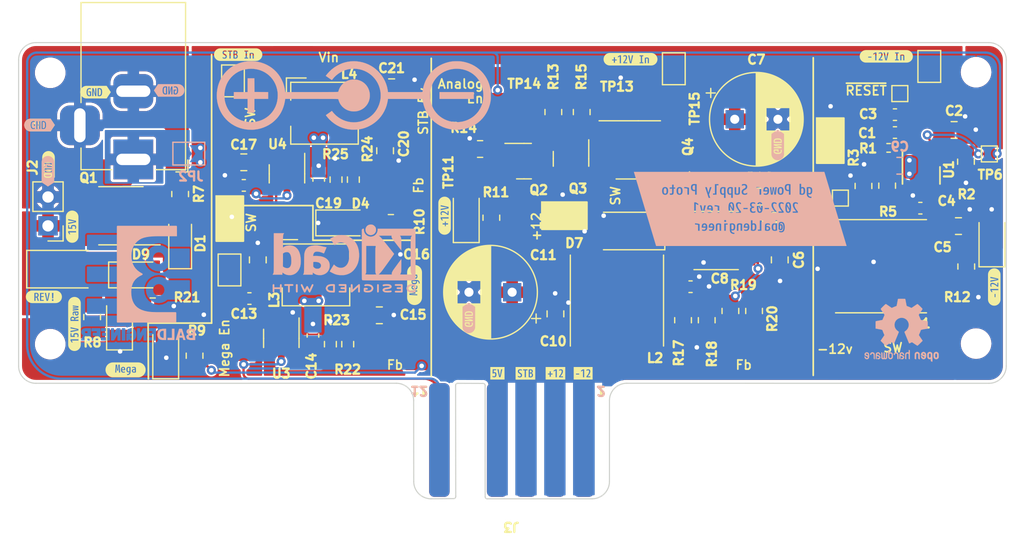
<source format=kicad_pcb>
(kicad_pcb (version 20221018) (generator pcbnew)
  (title_block (comment 4 "AISLER Project ID: UUSLVLPU"))
  (layers (0 "F.Cu" signal) (31 "B.Cu" signal) (34 "B.Paste" user) (35 "F.Paste" user) (36 "B.SilkS" user "B.Silkscreen") (37 "F.SilkS" user "F.Silkscreen") (38 "B.Mask" user) (39 "F.Mask" user) (44 "Edge.Cuts" user))
  (net 0 "")
  (net 1 "Net-(C1-Pad1)")
  (net 2 "/Neg12_Out")
  (net 3 "/Vin")
  (net 4 "GND")
  (net 5 "Net-(C3-Pad1)")
  (net 6 "Net-(C4-Pad1)")
  (net 7 "Net-(C4-Pad2)")
  (net 8 "/pos12/15V_SW")
  (net 9 "Net-(C8-Pad1)")
  (net 10 "/Pos12_Out")
  (net 11 "Net-(C14-Pad1)")
  (net 12 "Net-(C14-Pad2)")
  (net 13 "/mega_5v")
  (net 14 "Net-(C19-Pad1)")
  (net 15 "Net-(C19-Pad2)")
  (net 16 "/stb_5v")
  (net 17 "Net-(D1-Pad2)")
  (net 18 "Net-(D2-Pad2)")
  (net 19 "Net-(D3-Pad2)")
  (net 20 "Net-(D4-Pad2)")
  (net 21 "Net-(D5-Pad2)")
  (net 22 "Net-(D6-Pad1)")
  (net 23 "/pos12/SW")
  (net 24 "/15v_Raw")
  (net 25 "Net-(D8-Pad2)")
  (net 26 "Net-(D9-Pad2)")
  (net 27 "/Analog_En")
  (net 28 "Net-(Q2-Pad2)")
  (net 29 "Net-(Q2-Pad3)")
  (net 30 "Net-(Q3-Pad1)")
  (net 31 "Net-(R1-Pad1)")
  (net 32 "/neg12/FB")
  (net 33 "/pos12/Isense")
  (net 34 "Net-(R17-Pad2)")
  (net 35 "Net-(R18-Pad1)")
  (net 36 "Net-(R19-Pad2)")
  (net 37 "Net-(R22-Pad1)")
  (net 38 "Net-(R24-Pad1)")
  (net 39 "/neg12/~{RESET}")
  (net 40 "/neg12/neg12_Vin")
  (net 41 "Net-(C12-Pad1)")
  (net 42 "/stb_5v/stb_Vin")
  (net 43 "/Mega_En")
  (footprint "TestPoint:TestPoint_Pad_1.0x1.0mm" (layer "F.Cu") (at 171.8818 92.5576)
    (fp_text reference "TP8" hide)
    (fp_text value "TestPoint_Harwin")
  )
  (footprint "Inductor_SMD:L_Bourns_SRP5030T" (layer "F.Cu") (at 125.7415 99.314)
    (fp_text reference "L3")
    (fp_text value "1.5u")
  )
  (footprint "My Libraries:Harwin-S1751-46-Test-Point" (layer "F.Cu") (at 172.212 107.442 180)
    (fp_text reference "TP9" hide)
    (fp_text value "TestPoint_Harwin")
  )
  (footprint "Resistor_SMD:R_0805_2012Metric" (layer "F.Cu") (at 141.1732 94.2848 -90)
    (fp_text reference "R11")
    (fp_text value "R_0805")
  )
  (footprint "Jumper:SolderJumper-2_P1.3mm_Open_TrianglePad1.0x1.5mm" (layer "F.Cu") (at 179.705 80.9752 -90)
    (fp_text reference "JP3" hide)
    (fp_text value "neg_12_jmp")
  )
  (footprint "Capacitor_THT:CP_Radial_D8.0mm_P3.80mm" (layer "F.Cu") (at 143.002 100.838 180)
    (fp_text reference "C11")
    (fp_text value "120u")
  )
  (footprint "kibuzzard-62380F77" (layer "F.Cu") (at 185.42 100.3808 90)
    (fp_text reference "kibuzzard-62380F77" hide)
    (fp_text value "G***" hide)
  )
  (footprint "TestPoint:TestPoint_Pad_1.0x1.0mm" (layer "F.Cu") (at 184.9882 88.6714 90)
    (fp_text reference "TP6")
    (fp_text value "TestPoint_Harwin")
  )
  (footprint "Resistor_SMD:R_0603_1608Metric" (layer "F.Cu") (at 128.5355 105.41 90)
    (fp_text reference "R22")
    (fp_text value "73.2k")
  )
  (footprint "LED_SMD:LED_1206_3216Metric" (layer "F.Cu") (at 128.016 94.742)
    (fp_text reference "D4")
    (fp_text value "5_Log")
  )
  (footprint "My Libraries:Harwin-S1751-46-Test-Point" (layer "F.Cu") (at 163.3474 105.4608)
    (fp_text reference "TP19" hide)
    (fp_text value "TestPoint_Harwin")
  )
  (footprint "Package_TO_SOT_SMD:SOT-23-6" (layer "F.Cu") (at 122.6935 104.902 -90)
    (fp_text reference "U3")
    (fp_text value "TPS563240DDCR")
  )
  (footprint "My Libraries:12pos-edge-2.54mm" (layer "F.Cu") (at 142.9512 118.9228 180)
    (fp_text reference "J3")
    (fp_text value "Edge Connector")
  )
  (footprint "My Libraries:Harwin-S1751-46-Test-Point" (layer "F.Cu") (at 144.179666 85.0338 90)
    (fp_text reference "TP14")
    (fp_text value "TestPoint_Harwin")
  )
  (footprint "LED_SMD:LED_1206_3216Metric" (layer "F.Cu") (at 112.522 106.172 90)
    (fp_text reference "D3" hide)
    (fp_text value "5_STB")
  )
  (footprint "MountingHole:MountingHole_2.2mm_M2" (layer "F.Cu") (at 102.362 105.41)
    (fp_text reference "H4" hide)
    (fp_text value "MountingHole")
  )
  (footprint "My Libraries:Harwin-S1751-46-Test-Point" (layer "F.Cu") (at 118.237 94.2594 90)
    (fp_text reference "TP2" hide)
    (fp_text value "TestPoint_Harwin")
  )
  (footprint "kibuzzard-62380E7D" (layer "F.Cu") (at 137.0584 94.107 90)
    (fp_text reference "kibuzzard-62380E7D" hide)
    (fp_text value "G***" hide)
  )
  (footprint "Diode_SMD:D_SMA" (layer "F.Cu") (at 103.6905 98.811)
    (fp_text reference "D8" hide)
    (fp_text value "1n400x")
  )
  (footprint "Diode_SMD:D_SOD-123" (layer "F.Cu") (at 113.792 96.52 90)
    (fp_text reference "D1")
    (fp_text value "BZT52C15")
  )
  (footprint "Resistor_SMD:R_0805_2012Metric" (layer "F.Cu") (at 175.9966 91.4654 90)
    (fp_text reference "R5")
    (fp_text value "33k")
  )
  (footprint "Resistor_SMD:R_0805_2012Metric" (layer "F.Cu") (at 162.2044 102.489 -90)
    (fp_text reference "R19")
    (fp_text value "560")
  )
  (footprint "kibuzzard-62380C70" (layer "F.Cu") (at 104.4956 103.632 90)
    (fp_text reference "kibuzzard-62380C70" hide)
    (fp_text value "G***" hide)
  )
  (footprint "Connector_BarrelJack:BarrelJack_Horizontal" (layer "F.Cu") (at 109.6695 89.154 -90)
    (fp_text reference "J1" hide)
    (fp_text value "15V_IN")
  )
  (footprint "Capacitor_SMD:C_0805_2012Metric" (layer "F.Cu") (at 146.812 102.743 -90)
    (fp_text reference "C10")
    (fp_text value "10u")
  )
  (footprint "kibuzzard-62380D7E" (layer "F.Cu") (at 118.8974 79.9338)
    (fp_text reference "kibuzzard-62380D7E" hide)
    (fp_text value "G***" hide)
  )
  (footprint "LED_SMD:LED_1206_3216Metric" (layer "F.Cu") (at 138.9634 94.1832 90)
    (fp_text reference "D5" hide)
    (fp_text value "+12")
  )
  (footprint "Resistor_SMD:R_0805_2012Metric" (layer "F.Cu") (at 115.062 106.426 -90)
    (fp_text reference "R9")
    (fp_text value "R_0805")
  )
  (footprint "My Libraries:Harwin-S1751-46-Test-Point" (layer "F.Cu") (at 131.572 100.076)
    (fp_text reference "TP25" hide)
    (fp_text value "TestPoint_Harwin")
  )
  (footprint "Resistor_SMD:R_0402_1005Metric" (layer "F.Cu") (at 176.1236 88.138 180)
    (fp_text reference "R1")
    (fp_text value "R")
  )
  (footprint "Resistor_SMD:R_0805_2012Metric" (layer "F.Cu") (at 182.9308 89.3572 -90)
    (fp_text reference "R2")
    (fp_text value "10k")
  )
  (footprint "Capacitor_SMD:C_0805_2012Metric" (layer "F.Cu") (at 119.393 89.408 180)
    (fp_text reference "C17")
    (fp_text value "22u")
  )
  (footprint "Capacitor_SMD:C_0805_2012Metric" (layer "F.Cu") (at 132.4 82.804)
    (fp_text reference "C21")
    (fp_text value "22u")
  )
  (footprint "Capacitor_SMD:C_0805_2012Metric" (layer "F.Cu") (at 131.318 102.87)
    (fp_text reference "C15")
    (fp_text value "22u")
  )
  (footprint "kibuzzard-62380F2D" (layer "F.Cu") (at 153.416 80.3402)
    (fp_text reference "kibuzzard-62380F2D" hide)
    (fp_text value "G***" hide)
  )
  (footprint "Jumper:SolderJumper-2_P1.3mm_Open_TrianglePad1.0x1.5mm" (layer "F.Cu") (at 157.226 81.1784 -90)
    (fp_text reference "JP1" hide)
    (fp_text value "15V_Jmp")
  )
  (footprint "MountingHole:MountingHole_2.2mm_M2" (layer "F.Cu") (at 102.362 81.534)
    (fp_text reference "H1" hide)
    (fp_text value "MountingHole")
  )
  (footprint "Capacitor_SMD:C_0603_1608Metric" (layer "F.Cu") (at 176.6824 85.217 180)
    (fp_text reference "C3")
    (fp_text value "5.6n")
  )
  (footprint "Capacitor_SMD:C_0603_1608Metric" (layer "F.Cu") (at 158.6992 100.3554)
    (fp_text reference "C8")
    (fp_text value "470p")
  )
  (footprint "LED_SMD:LED_1206_3216Metric" (layer "F.Cu") (at 108.458 103.632 90)
    (fp_text reference "D2" hide)
    (fp_text value "Vin")
  )
  (footprint "Connector_PinHeader_2.54mm:PinHeader_1x02_P2.54mm_Vertical" (layer "F.Cu") (at 102.1665 95.001 180)
    (fp_text reference "J2")
    (fp_text value "15V_IN")
  )
  (footprint "Capacitor_SMD:C_0603_1608Metric" (layer "F.Cu") (at 119.888 101.3968 180)
    (fp_text reference "C13")
    (fp_text value "100n")
  )
  (footprint "Package_TO_SOT_SMD:SOT-23-6" (layer "F.Cu") (at 123.19 90.424 -90)
    (fp_text reference "U4")
    (fp_text value "TPS563240DDCR")
  )
  (footprint "My Libraries:Harwin-S1751-46-Test-Point" (layer "F.Cu") (at 156.4894 84.2518 180)
    (fp_text reference "TP15")
    (fp_text value "TestPoint_Harwin")
  )
  (footprint "kibuzzard-62381032" (layer "F.Cu") (at 144.1704 107.9754)
    (fp_text reference "kibuzzard-62381032" hide)
    (fp_text value "G***" hide)
  )
  (footprint "My Libraries:Harwin-S1751-46-Test-Point" (layer "F.Cu") (at 152.273 84.2338)
    (fp_text reference "TP13")
    (fp_text value "TestPoint_Harwin")
  )
  (footprint "Resistor_SMD:R_0805_2012Metric" (layer "F.Cu") (at 132.334 94.742)
    (fp_text reference "R10")
    (fp_text value "R_0805")
  )
  (footprint "Resistor_SMD:R_0805_2012Metric" (layer "F.Cu") (at 111.379 102.0826)
    (fp_text reference "R21")
    (fp_text value "1k")
  )
  (footprint "Capacitor_THT:CP_Radial_D8.0mm_P3.80mm" (layer "F.Cu") (at 162.586149 85.6234)
    (fp_text reference "C7")
    (fp_text value "120u")
  )
  (footprint "My Libraries:Harwin-S1751-46-Test-Point" (layer "F.Cu") (at 123.7488 80.1116 180)
    (fp_text reference "TP3" hide)
    (fp_text value "TestPoint_Harwin")
  )
  (footprint "My Libraries:Harwin-S1751-46-Test-Point" (layer "F.Cu") (at 131.318 105.41)
    (fp_text reference "TP24" hide)
    (fp_text value "TestPoint_Harwin")
  )
  (footprint "kibuzzard-62380CC4" (layer "F.Cu") (at 101.8032 101.2444)
    (fp_text reference "kibuzzard-62380CC4" hide)
    (fp_text value "G***" hide)
  )
  (footprint "Capacitor_SMD:C_0603_1608Metric" (layer "F.Cu") (at 176.6824 86.7918 180)
    (fp_text reference "C1")
    (fp_text value "2.2u")
  )
  (footprint "Package_SO:SOIC-8_3.9x4.9mm_P1.27mm" (layer "F.Cu") (at 108.5815 94.112 180)
    (fp_text reference "Q1")
    (fp_text value "FDS9435A")
  )
  (footprint "My Libraries:Harwin-S1751-46-Test-Point" (layer "F.Cu") (at 147.701 94.0054 180)
    (fp_text reference "TP4" hide)
    (fp_text value "TestPoint_Harwin")
  )
  (footprint "Capacitor_SMD:C_0805_2012Metric" (layer "F.Cu") (at 166.5478 97.9932 -90)
    (fp_text reference "C6")
    (fp_text value "100u")
  )
  (footprint "Package_SO:SOIC-8_3.9x4.9mm_P1.27mm" (layer "F.Cu") (at 160.949851 96.2914)
    (fp_text reference "U2")
    (fp_text value "mc34063")
  )
  (footprint "Resistor_SMD:R_0805_2012Metric" (layer "F.Cu") (at 164.2872 102.489 90)
    (fp_text reference "R20")
    (fp_text value "0")
  )
  (footprint "kibuzzard-6238106E" (layer "F.Cu") (at 102.2096 89.7636 -90)
    (fp_text reference "kibuzzard-6238106E" hide)
    (fp_text value "G***" hide)
  )
  (footprint "My Libraries:Harwin-S1751-46-Test-Point" (layer "F.Cu") (at 132.588 85.09 180)
    (fp_text reference "TP29" hide)
    (fp_text value "TestPoint_Harwin")
  )
  (footprint "kibuzzard-62381000" (layer "F.Cu") (at 146.812 107.970638)
    (fp_text reference "kibuzzard-62381000" hide)
    (fp_text value "G***" hide)
  )
  (footprint "Resistor_SMD:R_0805_2012Metric" (layer "F.Cu") (at 164.7717 92.4306)
    (fp_text reference "R16")
    (fp_text value ".22")
  )
  (footprint "Capacitor_SMD:C_0603_1608Metric" (layer "F.Cu") (at 125.984 90.932 -90)
    (fp_text reference "C19")
    (fp_text value "100n")
  )
  (footprint "Inductor_SMD:L_Taiyo-Yuden_NR-80xx" (layer "F.Cu") (at 152.2222 101.5746 -90)
    (fp_text reference "L2")
    (fp_text value "68u")
  )
  (footprint "Capacitor_SMD:C_0603_1608Metric" (layer "F.Cu") (at 125.476 104.648 -90)
    (fp_text reference "C14")
    (fp_text value "100n")
  )
  (footprint "Resistor_SMD:R_0603_1608Metric" (layer "F.Cu") (at 127.0115 105.41 -90)
    (fp_text reference "R23")
    (fp_text value "10k")
  )
  (footprint "kibuzzard-6238101E" (layer "F.Cu") (at 149.2504 107.970638)
    (fp_text reference "kibuzzard-6238101E" hide)
    (fp_text value "G***" hide)
  )
  (footprint "My Libraries:Harwin-S1751-46-Test-Point" (layer "F.Cu") (at 154.6352 92.4306)
    (fp_text reference "TP18" hide)
    (fp_text value "TestPoint_Harwin")
  )
  (footprint "My Libraries:Harwin-S1751-46-Test-Point" (layer "F.Cu") (at 141.7828 85.0338 90)
    (fp_text reference "TP10" hide)
    (fp_text value "TestPoint_Harwin")
  )
  (footprint "Package_DFN_QFN:DFN-12-1EP_3x3mm_P0.5mm_EP2.05x2.86mm" (layer "F.Cu") (at 178.9938 89.8144 -90)
    (fp_text reference "U1")
    (fp_text value "MAX17580")
  )
  (footprint "Capacitor_SMD:C_0805_2012Metric" (layer "F.Cu") (at 182.2704 95.0214 180)
    (fp_text reference "C5")
    (fp_text value "22u/16v")
  )
  (footprint "Resistor_SMD:R_0805_2012Metric" (layer "F.Cu") (at 113.792 92.202 -90)
    (fp_text reference "R7")
    (fp_text value "100")
  )
  (footprint "Jumper:SolderJumper-2_P1.3mm_Open_TrianglePad1.0x1.5mm" (layer "F.Cu") (at 118.1354 98.8822 -90)
    (fp_text reference "JP4" hide)
    (fp_text value "mega_5v_jmp")
  )
  (footprint "My Libraries:Harwin-S1751-46-Test-Point" (layer "F.Cu") (at 122.428 94.742 180)
    (fp_text reference "TP23" hide)
    (fp_text value "TestPoint_Harwin")
  )
  (footprint "Capacitor_SMD:C_0805_2012Metric" (layer "F.Cu") (at 131.826 88.392 -90)
    (fp_text reference "C20")
    (fp_text value "22u")
  )
  (footprint "Capacitor_SMD:C_0603_1608Metric" (layer "F.Cu") (at 178.9176 93.4466)
    (fp_text reference "C4")
    (fp_text value "100n")
  )
  (footprint "Package_TO_SOT_SMD:SOT-23" (layer "F.Cu") (at 144.0434 89.3064)
    (fp_text reference "Q2")
    (fp_text value "BC817")
  )
  (footprint "Resistor_SMD:R_0805_2012Metric" (layer "F.Cu") (at 106.048 103.0255 90)
    (fp_text reference "R8")
    (fp_text value "R_0805")
  )
  (footprint "My Libraries:Harwin-S1751-46-Test-Point" (layer "F.Cu") (at 121.6005 84.328 90)
    (fp_text reference "TP27" hide)
    (fp_text value "TestPoint_Harwin")
  )
  (footprint "Resistor_SMD:R_0805_2012Metric" (layer "F.Cu") (at 173.9138 91.4908 -90)
    (fp_text reference "R3")
    (fp_text value "422k")
  )
  (footprint "kibuzzard-62380CD9" (layer "F.Cu") (at 108.9914 107.6706)
    (fp_text reference "kibuzzard-62380CD9" hide)
    (fp_text value "G***" hide)
  )
  (footprint "My Libraries:Harwin-S1751-46-Test-Point" (layer "F.Cu") (at 175.4632 104.013 180)
    (fp_text reference "TP7" hide)
    (fp_text value "TestPoint_Harwin")
  )
  (footprint "My Libraries:Harwin-S1751-46-Test-Point" (layer "F.Cu") (at 132.08 91.44)
    (fp_text reference "TP28" hide)
    (fp_text value "TestPoint_Harwin")
  )
  (footprint "Package_SO:SOIC-8_3.9x4.9mm_P1.27mm" (layer "F.Cu") (at 154.1018 88.3158)
    (fp_text reference "Q4")
    (fp_text value "FDS9435A")
  )
  (footprint "Capacitor_SMD:C_0805_2012Metric" (layer "F.Cu") (at 120.6246 97.9932 90)
    (fp_text reference "C12" hide)
    (fp_text value "22u")
  )
  (footprint "LED_SMD:LED_1206_3216Metric" (layer "F.Cu") (at 185.2168 96.3168 90)
    (fp_text reference "D6" hide)
    (fp_text value "-12")
  )
  (footprint "Jumper:SolderJumper-2_P1.3mm_Open_TrianglePad1.0x1.5mm" (layer "F.Cu") (at 118.4402 82.2452 -90)
    (fp_text reference "JP5" hide)
    (fp_text value "stb_5v_jmp")
  )
  (footprint "Diode_SMD:D_SMA" (layer "F.Cu") (at 153.035 95.4532 180)
    (fp_text reference "D7")
    (fp_text value "SS14")
  )
  (footprint "Capacitor_SMD:C_0603_1608Metric" (layer "F.Cu") (at 119.393 91.44 180)
    (fp_text reference "C18" hide)
    (fp_text value "100n")
  )
  (footprint "My Libraries:Harwin-S1751-46-Test-Point" (layer "F.Cu") (at 140.0048 90.4494 180)
    (fp_text reference "TP11")
    (fp_text value "TestPoint_Harwin")
  )
  (footprint "Resistor_SMD:R_0805_2012Metric" (layer "F.Cu") (at 182.9562 98.5774 -90)
    (fp_text reference "R12")
    (fp_text value "R_0805")
  )
  (footprint "Resistor_SMD:R_0805_2012Metric" (layer "F.Cu") (at 140.1826 88.2396 180)
    (fp_text reference "R14")
    (fp_text value "30k")
  )
  (footprint "MountingHole:MountingHole_2.2mm_M2" (layer "F.Cu") (at 183.8198 81.4832)
    (fp_text reference "H2" hide)
    (fp_text value "MountingHole")
  )
  (footprint "LED_SMD:LED_1206_3216Metric" (layer "F.Cu") (at 109.7865 99.319)
    (fp_text reference "D9")
    (fp_text value "Rev_LED")
  )
  (footprint "My Libraries:Harwin-S1751-46-Test-Point" (layer "F.Cu") (at 143.4338 94.3102 90)
    (fp_text reference "TP20" hide)
    (fp_text value "TestPoint_Harwin")
  )
  (footprint "Resistor_SMD:R_0603_1608Metric" (layer "F.Cu") (at 129.032 90.932 90)
    (fp_text reference "R24")
    (fp_text value "73.2k")
  )
  (footprint "Package_TO_SOT_SMD:SOT-23" (layer "F.Cu") (at 148.1826 89.1032 -90)
    (fp_text reference "Q3")
    (fp_text value "MMBT3906")
  )
  (footprint "Capacitor_SMD:C_0805_2012Metric" (layer "F.Cu") (at 181.8894 86.5632)
    (fp_text reference "C2")
    (fp_text value "10u")
  )
  (footprint "MountingHole:MountingHole_2.2mm_M2" (layer "F.Cu") (at 183.8198 105.3592)
    (fp_text reference "H3" hide)
    (fp_text value "MountingHole")
  )
  (footprint "kibuzzard-62380FA1" (layer "F.Cu") (at 175.9204 80.0862)
    (fp_text reference "kibuzzard-62380FA1" hide)
    (fp_text value "G***" hide)
  )
  (footprint "Capacitor_SMD:C_0805_2012Metric" (layer "F.Cu") (at 131.318 97.536)
    (fp_text reference "C16")
    (fp_text value "22u")
  )
  (footprint "My Libraries:Harwin-S1751-46-Test-Point" (layer "F.Cu") (at 160.401 92.4306)
    (fp_text reference "TP17" hide)
    (fp_text value "TestPoint_Harwin")
  )
  (footprint "kibuzzard-62380DAB" (layer "F.Cu") (at 104.2924 95.0722 90)
    (fp_text reference "kibuzzard-62380DAB" hide)
    (fp_text value "G***" hide)
  )
  (footprint "Resistor_SMD:R_0805_2012Metric" (layer "F.Cu") (at 146.626532 84.9884 -90)
    (fp_text reference "R13")
    (fp_text value "50k")
  )
  (footprint "kibuzzard-62380CD9" (layer "F.Cu") (at 134.4168 100.203 90)
    (fp_text reference "kibuzzard-62380CD9" hide)
    (fp_text value "G***" hide)
  )
  (footprint "Resistor_SMD:R_0805_2012Metric" (layer "F.Cu") (at 158.0388 103.3018 -90)
    (fp_text reference "R17")
    (fp_text value "0")
  )
  (footprint "Resistor_SMD:R_0603_1608Metric" (layer "F.Cu") (at 127.508 90.932 -90)
    (fp_text reference "R25")
    (fp_text value "10k")
  )
  (footprint "Inductor_SMD:L_Bourns_SRP5030T" (layer "F.Cu") (at 126.492 85.09)
    (fp_text reference "L4")
    (fp_text value "1.5u")
  )
  (footprint "TestPoint:TestPoint_Pad_1.0x1.0mm" (layer "F.Cu") (at 177.1142 83.3628 180)
    (fp_text reference "TP5" hide)
    (fp_text value "TestPoint_Harwin")
  )
  (footprint "kibuzzard-6238106E" (layer "F.Cu") (at 106.3498 83.2358)
    (fp_text reference "kibuzzard-6238106E" hide)
    (fp_text value "G***" hide)
  )
  (footprint "Resistor_SMD:R_0805_2012Metric" (layer "F.Cu") (at 149.1234 84.9884 -90)
    (fp_text reference "R15")
    (fp_text value ".22")
  )
  (footprint "kibuzzard-62380FF5" (layer "F.Cu") (at 141.7066 107.970638)
    (fp_text reference "kibuzzard-62380FF5" hide)
    (fp_text value "G***" hide)
  )
  (footprint "kibuzzard-6238106E" (layer "F.Cu") (at 101.4222 86.1314)
    (fp_text reference "kibuzzard-6238106E" hide)
    (fp_text value "G***" hide)
  )
  (footprint "My Libraries:Harwin-S1751-46-Test-Point" (layer "F.Cu") (at 119.38 105.156 -90)
    (fp_text reference "TP22" hide)
    (fp_text value "TestPoint_Harwin")
  )
  (footprint "Inductor_SMD:L_Taiyo-Yuden_NR-80xx" (layer "F.Cu") (at 175.4572 98.552 180)
    (fp_text reference "L1")
    (fp_text value "68u")
  )
  (footprint "My Libraries:Harwin-S1751-46-Test-Point" (layer "F.Cu") (at 170.9928 87.503 90)
    (fp_text reference "TP1" hide)
    (fp_text value "TestPoint_Harwin")
  )
  (footprint "Resistor_SMD:R_0805_2012Metric" (layer "F.Cu") (at 160.1216 103.3018 -90)
    (fp_text reference "R18")
    (fp_text value "5.1k")
  )
  (footprint "Jumper:SolderJumper-2_P1.3mm_Open_TrianglePad1.0x1.5mm" (layer "B.Cu") (at 114.554 88.646)
    (fp_text reference "JP2")
    (fp_text value "15V_byp")
  )
  (footprint "kibuzzard-6238106E" (layer "B.Cu") (at 101.4222 86.1314)
    (fp_text reference "kibuzzard-6238106E" hide)
    (fp_text value "G***" hide)
  )
  (footprint "Symbol:Polarity_Center_Positive_6mm_SilkScreen" (layer "B.Cu") (at 129.08 83.53 180)
    (fp_text reference "REF**" hide)
    (fp_text value "Polarity_Center_Positive_6mm_SilkScreen" hide)
  )
  (footprint "kibuzzard-6238106E" (layer "B.Cu") (at 102.1588 90.1954 -90)
    (fp_text reference "kibuzzard-6238106E" hide)
    (fp_text value "G***" hide)
  )
  (footprint "kibuzzard-6238106E" (layer "B.Cu") (at 166.37 87.884 90)
    (fp_text reference "kibuzzard-6238106E" hide)
    (fp_text value "G***" hide)
  )
  (footprint "Symbol:OSHW-Logo2_7.3x6mm_SilkScreen" (layer "B.Cu") (at 177.27 104.18 180)
    (fp_text reference "REF**" hide)
    (fp_text value "OSHW-Logo2_7.3x6mm_SilkScreen" hide)
  )
  (footprint "kibuzzard-6238106E" (layer "B.Cu") (at 139.192 103.0986 90)
    (fp_text reference "kibuzzard-6238106E" hide)
    (fp_text value "G***" hide)
  )
  (footprint "My Libraries:BE10v2" (layer "B.Cu") (at 115.12 95.06 180)
    (fp_text reference "svg2mod" hide)
    (fp_text value "G***" hide)
  )
  (footprint "Capacitor_SMD:C_0805_2012Metric" (layer "B.Cu") (at 177.1142 89.7128 180)
    (fp_text reference "C9")
    (fp_text value "1u")
  )
  (footprint "kibuzzard-6238106E" (layer "B.Cu") (at 112.8268 83.0834 180)
    (fp_text reference "kibuzzard-6238106E" hide)
    (fp_text value "G***" hide)
  )
  (footprint "kibuzzard-62388B6B" (layer "B.Cu") (at 163.07 93.51 180)
    (fp_text reference "kibuzzard-62388B6B" hide)
    (fp_text value "G***" hide)
  )
  (footprint "Symbol:KiCad-Logo2_5mm_SilkScreen" (layer "B.Cu") (at 128.22 97.86 180)
    (fp_text reference "REF**" hide)
    (fp_text value "KiCad-Logo2_5mm_SilkScreen" hide)
  )
  (gr_line (start 110.9726 103.5558) (end 116.5606 103.5558) (stroke (width 0.15)) (layer "F.SilkS"))
  (gr_line (start 116.5606 79.9338) (end 116.5606 103.5558) (stroke (width 0.15)) (layer "F.SilkS"))
  (gr_line (start 125.476 96.266) (end 125.476 93.218) (stroke (width 0.15)) (layer "F.SilkS"))
  (gr_line (start 110.998 108.458) (end 110.9726 103.5558) (stroke (width 0.15)) (layer "F.SilkS"))
  (gr_line (start 117.094 93.218) (end 125.476 93.218) (stroke (width 0.15)) (layer "F.SilkS"))
  (gr_line (start 135.884 80.264) (end 135.884 108.204) (stroke (width 0.15)) (layer "F.SilkS"))
  (gr_rect (start 169.799 85.5218) (end 172.1866 89.4842) (stroke (width 0.15)) (fill solid) (layer "F.SilkS"))
  (gr_rect (start 116.967 92.3798) (end 119.3546 96.3422) (stroke (width 0.15)) (fill solid) (layer "F.SilkS"))
  (gr_line (start 169.4942 80.2132) (end 169.4942 108.1532) (stroke (width 0.15)) (layer "F.SilkS"))
  (gr_line (start 125.476 96.266) (end 134.112 96.266) (stroke (width 0.15)) (layer "F.SilkS"))
  (gr_rect (start 145.6182 92.9132) (end 149.5806 95.3008) (stroke (width 0.15)) (fill solid) (layer "F.SilkS"))
  (gr_arc (start 151.563631 110.373831) (mid 152.01 109.2962) (end 153.087631 108.849831) (stroke (width 0.1)) (layer "Edge.Cuts"))
  (gr_line (start 134.343631 117.489569) (end 134.336369 110.373831) (stroke (width 0.1)) (layer "Edge.Cuts"))
  (gr_line (start 140.628673 118.837917) (end 140.625527 109.0422) (stroke (width 0.1)) (layer "Edge.Cuts"))
  (gr_arc (start 184.951969 78.877831) (mid 186.0296 79.3242) (end 186.475969 80.401831) (stroke (width 0.1)) (layer "Edge.Cuts"))
  (gr_arc (start 138.04 118.79) (mid 137.997883 118.933078) (end 137.8622 118.995005) (stroke (width 0.1)) (layer "Edge.Cuts"))
  (gr_line (start 101.102831 78.877831) (end 184.951969 78.877831) (stroke (width 0.1)) (layer "Edge.Cuts"))
  (gr_arc (start 186.475969 107.329569) (mid 186.0296 108.4072) (end 184.951969 108.853569) (stroke (width 0.1)) (layer "Edge.Cuts"))
  (gr_line (start 184.951969 108.853569) (end 153.087631 108.849831) (stroke (width 0.1)) (layer "Edge.Cuts"))
  (gr_arc (start 101.102831 108.853569) (mid 100.0252 108.4072) (end 99.578831 107.329569) (stroke (width 0.1)) (layer "Edge.Cuts"))
  (gr_line (start 186.475969 80.401831) (end 186.475969 107.329569) (stroke (width 0.1)) (layer "Edge.Cuts"))
  (gr_arc (start 138.026683 109.059405) (mid 138.0688 108.916327) (end 138.204483 108.8544) (stroke (width 0.1)) (layer "Edge.Cuts"))
  (gr_line (start 99.578831 107.329569) (end 99.578831 80.401831) (stroke (width 0.1)) (layer "Edge.Cuts"))
  (gr_line (start 138.026683 109.059405) (end 138.04 118.79) (stroke (width 0.1)) (layer "Edge.Cuts"))
  (gr_line (start 140.420522 108.8644) (end 138.204483 108.8544) (stroke (width 0.1)) (layer "Edge.Cuts"))
  (gr_arc (start 135.867631 119.013569) (mid 134.79 118.5672) (end 134.343631 117.489569) (stroke (width 0.1)) (layer "Edge.Cuts"))
  (gr_arc (start 140.833678 119.015717) (mid 140.6906 118.9736) (end 140.628673 118.837917) (stroke (width 0.1)) (layer "Edge.Cuts"))
  (gr_line (start 151.563631 110.373831) (end 151.563669 117.489569) (stroke (width 0.1)) (layer "Edge.Cuts"))
  (gr_arc (start 99.578831 80.401831) (mid 100.0252 79.3242) (end 101.102831 78.877831) (stroke (width 0.1)) (layer "Edge.Cuts"))
  (gr_line (start 132.812369 108.849831) (end 101.102831 108.853569) (stroke (width 0.1)) (layer "Edge.Cuts"))
  (gr_line (start 150.039669 119.013569) (end 140.833678 119.015717) (stroke (width 0.1)) (layer "Edge.Cuts"))
  (gr_line (start 137.8622 118.995005) (end 135.867631 119.013569) (stroke (width 0.1)) (layer "Edge.Cuts"))
  (gr_arc (start 151.563669 117.489569) (mid 151.1173 118.5672) (end 150.039669 119.013569) (stroke (width 0.1)) (layer "Edge.Cuts"))
  (gr_arc (start 132.812369 108.849831) (mid 133.89 109.2962) (end 134.336369 110.373831) (stroke (width 0.1)) (layer "Edge.Cuts"))
  (gr_arc (start 140.420522 108.8644) (mid 140.5636 108.906517) (end 140.625527 109.0422) (stroke (width 0.1)) (layer "Edge.Cuts"))
  (gr_text "+12" (at 145.1356 95.0722 90) (layer "F.SilkS") (effects (font (size 0.8 0.8))))
  (gr_text "SW" (at 119.9642 85.4202 90) (layer "F.SilkS") (effects (font (size 0.8 0.8))))
  (gr_text "-12v" (at 171.3992 105.8418) (layer "F.SilkS") (effects (font (size 0.8 0.8))))
  (gr_text "SW" (at 176.5046 105.7148) (layer "F.SilkS") (effects (font (size 0.8 0.8))))
  (gr_text "Fb" (at 163.3728 107.2388) (layer "F.SilkS") (effects (font (size 0.8 0.8))))
  (gr_text "Analog\nEn" (at 140.5636 83.1596) (layer "F.SilkS") (effects (font (size 0.8 0.8)) (justify right)))
  (gr_text "Isense" (at 160.2994 90.7034) (layer "F.SilkS") (effects (font (size 0.8 0.8))))
  (gr_text "SW" (at 152.0952 92.3544 90) (layer "F.SilkS") (effects (font (size 0.8 0.8))))
  (gr_text "STB 5v" (at 135.1788 84.9122 90) (layer "F.SilkS") (effects (font (size 0.8 0.8))))
  (gr_text "Fb" (at 134.7724 91.44 90) (layer "F.SilkS") (effects (font (size 0.8 0.8))))
  (gr_text "SW" (at 120.0404 94.7166 90) (layer "F.SilkS") (effects (font (size 0.8 0.8))))
  (gr_text "Fb" (at 132.6896 107.2388) (layer "F.SilkS") (effects (font (size 0.8 0.8))))
  (gr_text "Fb" (at 170.2054 92.4814 90) (layer "F.SilkS") (effects (font (size 0.8 0.8))))
  (gr_text "Mega En" (at 117.7036 105.7656 90) (layer "F.SilkS") (effects (font (size 0.8 0.8))))
  (gr_text "Vin" (at 126.873 80.1878) (layer "F.SilkS") (effects (font (size 0.8 0.8))))
  (gr_text "~{RESET}" (at 174.1424 83.1088) (layer "F.SilkS") (effects (font (size 0.8 0.8))))
  (segment (start 178.2438 88.2644) (end 178.2438 87.5782) (width 0.1524) (layer "F.Cu") (net 1))
  (segment (start 178.2438 87.5782) (end 178.2318 87.5662) (width 0.1524) (layer "F.Cu") (net 1))
  (segment (start 178.2318 86.868) (end 178.1302 86.7664) (width 0.1524) (layer "F.Cu") (net 1))
  (segment (start 178.1302 86.7664) (end 177.4828 86.7664) (width 0.1524) (layer "F.Cu") (net 1))
  (segment (start 178.2318 87.5662) (end 178.2318 86.868) (width 0.1524) (layer "F.Cu") (net 1))
  (segment (start 177.4828 86.7664) (end 177.4574 86.7918) (width 0.1524) (layer "F.Cu") (net 1))
  (segment (start 181.2817 99.4899) (end 181.2544 99.5172) (width 0.2032) (layer "F.Cu") (net 2))
  (segment (start 182.9562 99.4899) (end 181.2817 99.4899) (width 0.2032) (layer "F.Cu") (net 2))
  (via (at 177.9524 89.2302) (size 0.8) (drill 0.4) (layers "F.Cu" "B.Cu") (net 2))
  (via (at 177.9524 90.424) (size 0.8) (drill 0.4) (layers "F.Cu" "B.Cu") (net 2))
  (via (at 115.57 88.138) (size 0.8) (drill 0.4) (layers "F.Cu" "B.Cu") (net 3))
  (via (at 115.57 89.408) (size 0.8) (drill 0.4) (layers "F.Cu" "B.Cu") (net 3))
  (segment (start 178.7438 91.8424) (end 178.2572 92.329) (width 0.2032) (layer "F.Cu") (net 4))
  (segment (start 123.6435 103.7645) (end 123.8195 103.7645) (width 0.2032) (layer "F.Cu") (net 4))
  (segment (start 123.6435 102.6705) (end 123.698 102.616) (width 0.2032) (layer "F.Cu") (net 4))
  (segment (start 123.6435 103.7645) (end 123.6435 102.6705) (width 0.2032) (layer "F.Cu") (net 4))
  (segment (start 120.6246 97.0432) (end 120.6246 96.4946) (width 0.2032) (layer "F.Cu") (net 4))
  (segment (start 178.7438 91.3644) (end 178.7438 91.8424) (width 0.2032) (layer "F.Cu") (net 4))
  (via (at 133.1722 97.5106) (size 0.8) (drill 0.4) (layers "F.Cu" "B.Cu") (net 4))
  (via (at 108.5088 106.045) (size 0.8) (drill 0.4) (layers "F.Cu" "B.Cu") (net 4))
  (via (at 125.9332 94.742) (size 0.8) (drill 0.4) (layers "F.Cu" "B.Cu") (net 4))
  (via (at 182.9308 91.2114) (size 0.8) (drill 0.4) (layers "F.Cu" "B.Cu") (net 4))
  (via (at 112.5728 106.6038) (size 0.8) (drill 0.4) (layers "F.Cu" "B.Cu") (net 4))
  (via (at 113.2332 102.0572) (size 0.8) (drill 0.4) (layers "F.Cu" "B.Cu") (net 4))
  (via (at 159.25 105.69) (size 0.8) (drill 0.4) (layers "F.Cu" "B.Cu") (net 4))
  (via (at 169.8752 98.7806) (size 0.8) (drill 0.4) (layers "F.Cu" "B.Cu") (net 4))
  (via (at 185.1914 93.5482) (size 0.8) (drill 0.4) (layers "F.Cu" "B.Cu") (net 4))
  (via (at 159.4612 99.4664) (size 0.8) (drill 0.4) (layers "F.Cu" "B.Cu") (net 4))
  (via (at 183.7944 86.5378) (size 0.8) (drill 0.4) (layers "F.Cu" "B.Cu") (net 4))
  (via (at 123.698 102.616) (size 0.8) (drill 0.4) (layers "F.Cu" "B.Cu") (net 4))
  (via (at 184.023 101.2698) (size 0.8) (drill 0.4) (layers "F.Cu" "B.Cu") (net 4))
  (via (at 152.5524 81.9658) (size 0.8) (drill 0.4) (layers "F.Cu" "B.Cu") (net 4))
  (via (at 127 103.4034) (size 0.8) (drill 0.4) (layers "F.Cu" "B.Cu") (net 4))
  (via (at 182.8546 85.3694) (size 0.8) (drill 0.4) (layers "F.Cu" "B.Cu") (net 4))
  (via (at 147.955 101.7524) (size 0.8) (drill 0.4) (layers "F.Cu" "B.Cu") (net 4))
  (via (at 120.6246 96.4946) (size 0.8) (drill 0.4) (layers "F.Cu" "B.Cu") (net 4))
  (via (at 160.3248 100.33) (size 0.8) (drill 0.4) (layers "F.Cu" "B.Cu") (net 4))
  (via (at 134.4168 82.1436) (size 0.8) (drill 0.4) (layers "F.Cu" "B.Cu") (net 4))
  (via (at 159.8422 98.2218) (size 0.8) (drill 0.4) (layers "F.Cu" "B.Cu") (net 4))
  (via (at 118.3386 94.2086) (size 0.8) (drill 0.4) (layers "F.Cu" "B.Cu") (net 4))
  (via (at 117.729 90.551) (size 0.8) (drill 0.4) (layers "F.Cu" "B.Cu") (net 4))
  (via (at 149.3774 95.4786) (size 0.8) (drill 0.4) (layers "F.Cu" "B.Cu") (net 4))
  (via (at 174.8028 98.171) (size 0.8) (drill 0.4) (layers "F.Cu" "B.Cu") (net 4))
  (via (at 166.5732 99.8474) (size 0.8) (drill 0.4) (layers "F.Cu" "B.Cu") (net 4))
  (via (at 127.4318 89.0778) (size 0.8) (drill 0.4) (layers "F.Cu" "B.Cu") (net 4))
  (via (at 171.0182 84.4804) (size 0.8) (drill 0.4) (layers "F.Cu" "B.Cu") (net 4))
  (via (at 139.2682 87.2998) (size 0.8) (drill 0.4) (layers "F.Cu" "B.Cu") (net 4))
  (via (at 146.7866 100.9396) (size 0.8) (drill 0.4) (layers "F.Cu" "B.Cu") (net 4))
  (via (at 173.9646 89.5858) (size 0.8) (drill 0.4) (layers "F.Cu" "B.Cu") (net 4))
  (via (at 172.7708 90.5764) (size 0.8) (drill 0.4) (layers "F.Cu" "B.Cu") (net 4))
  (via (at 147.447 92.2528) (size 0.8) (drill 0.4) (layers "F.Cu" "B.Cu") (net 4))
  (via (at 178.2572 92.329) (size 0.8) (drill 0.4) (layers "F.Cu" "B.Cu") (net 4))
  (via (at 132.588 102.8446) (size 0.8) (drill 0.4) (layers "F.Cu" "B.Cu") (net 4))
  (via (at 151.0538 94.107) (size 0.8) (drill 0.4) (layers "F.Cu" "B.Cu") (net 4))
  (via (at 115.8748 102.8192) (size 0.8) (drill 0.4) (layers "F.Cu" "B.Cu") (net 4))
  (via (at 133.0198 89.2556) (size 0.8) (drill 0.4) (layers "F.Cu" "B.Cu") (net 4))
  (via (at 183.261 93.5482) (size 0.8) (drill 0.4) (layers "F.Cu" "B.Cu") (net 4))
  (segment (start 178.5366 87.4268) (end 178.7438 87.634) (width 0.1524) (layer "F.Cu") (net 5))
  (segment (start 178.7438 87.634) (end 178.7438 88.2644) (width 0.1524) (layer "F.Cu") (net 5))
  (segment (start 178.5366 85.3948) (end 178.5366 87.4268) (width 0.1524) (layer "F.Cu") (net 5))
  (segment (start 177.4574 85.217) (end 178.3588 85.217) (width 0.1524) (layer "F.Cu") (net 5))
  (segment (start 178.3588 85.217) (end 178.5366 85.3948) (width 0.1524) (layer "F.Cu") (net 5))
  (segment (start 178.1556 93.4466) (end 179.2438 92.3584) (width 0.2032) (layer "F.Cu") (net 6))
  (segment (start 179.2438 92.3584) (end 179.2438 91.3644) (width 0.2032) (layer "F.Cu") (net 6))
  (segment (start 178.1426 93.4466) (end 178.1556 93.4466) (width 0.2032) (layer "F.Cu") (net 6))
  (segment (start 176.8602 104.013) (end 176.9364 103.9368) (width 0.2032) (layer "F.Cu") (net 7))
  (segment (start 175.4632 104.013) (end 176.8602 104.013) (width 0.2032) (layer "F.Cu") (net 7))
  (segment (start 157.099 97.409) (end 157.099 99.5302) (width 0.2032) (layer "F.Cu") (net 9))
  (segment (start 157.099 99.5302) (end 157.9242 100.3554) (width 0.2032) (layer "F.Cu") (net 9))
  (segment (start 158.474851 96.9264) (end 157.5816 96.9264) (width 0.2032) (layer "F.Cu") (net 9))
  (segment (start 157.5816 96.9264) (end 157.099 97.409) (width 0.2032) (layer "F.Cu") (net 9))
  (segment (start 155.442 104.3746) (end 157.4273 102.3893) (width 0.2032) (layer "F.Cu") (net 10))
  (segment (start 157.4273 102.3893) (end 158.0388 102.3893) (width 0.2032) (layer "F.Cu") (net 10))
  (segment (start 152.2222 104.3746) (end 155.442 104.3746) (width 0.2032) (layer "F.Cu") (net 10))
  (via (at 125.476 103.632) (size 0.8) (drill 0.4) (layers "F.Cu" "B.Cu") (net 11))
  (via (at 124.714 101.6) (size 0.8) (drill 0.4) (layers "F.Cu" "B.Cu") (net 11))
  (via (at 125.984 101.6) (size 0.8) (drill 0.4) (layers "F.Cu" "B.Cu") (net 11))
  (segment (start 116.1785 107.3385) (end 116.54 107.7) (width 0.2032) (layer "F.Cu") (net 13))
  (segment (start 115.062 107.3385) (end 116.1785 107.3385) (width 0.2032) (layer "F.Cu") (net 13))
  (via (at 135.04 107.32) (size 0.8) (drill 0.4) (layers "F.Cu" "B.Cu") (net 13))
  (via (at 116.54 107.7) (size 0.8) (drill 0.4) (layers "F.Cu" "B.Cu") (net 13))
  (segment (start 116.75 107.91) (end 134.45 107.91) (width 0.2032) (layer "B.Cu") (net 13))
  (segment (start 116.54 107.7) (end 116.75 107.91) (width 0.2032) (layer "B.Cu") (net 13))
  (segment (start 134.45 107.91) (end 135.04 107.32) (width 0.2032) (layer "B.Cu") (net 13))
  (via (at 125.984 89.7128) (size 0.8) (drill 0.4) (layers "F.Cu" "B.Cu") (net 14))
  (via (at 126.365 87.249) (size 0.8) (drill 0.4) (layers "F.Cu" "B.Cu") (net 14))
  (via (at 125.5522 87.249) (size 0.8) (drill 0.4) (layers "F.Cu" "B.Cu") (net 14))
  (segment (start 114.3205 104.772) (end 115.062 105.5135) (width 0.2032) (layer "F.Cu") (net 19))
  (segment (start 112.522 104.772) (end 114.3205 104.772) (width 0.2032) (layer "F.Cu") (net 19))
  (segment (start 129.416 94.742) (end 131.4215 94.742) (width 0.2032) (layer "F.Cu") (net 20))
  (segment (start 140.4063 92.7832) (end 140.9954 93.3723) (width 0.2032) (layer "F.Cu") (net 21))
  (segment (start 138.7856 92.7832) (end 140.4063 92.7832) (width 0.2032) (layer "F.Cu") (net 21))
  (segment (start 182.9562 97.6649) (end 185.1649 97.6649) (width 0.2032) (layer "F.Cu") (net 22))
  (segment (start 185.1649 97.6649) (end 185.2168 97.7168) (width 0.2032) (layer "F.Cu") (net 22))
  (segment (start 179.5272 87.0839) (end 179.5272 86.995) (width 0.2032) (layer "F.Cu") (net 27))
  (segment (start 179.7558 88.243914) (end 179.7558 87.563044) (width 0.2032) (layer "F.Cu") (net 27))
  (segment (start 141.7828 85.069721) (end 141.7828 85.8366) (width 0.2032) (layer "F.Cu") (net 27))
  (segment (start 141.732 83.058) (end 141.732 84.947078) (width 0.2032) (layer "F.Cu") (net 27))
  (segment (start 142.966635 87.823235) (end 142.350465 87.207065) (width 0.2032) (layer "F.Cu") (net 27))
  (segment (start 179.7498 88.2584) (end 179.7438 88.2644) (width 0.2032) (layer "F.Cu") (net 27))
  (segment (start 184.023 88.6714) (end 184.9882 88.6714) (width 0.2032) (layer "F.Cu") (net 27))
  (segment (start 143.1059 88.15945) (end 143.1059 88.3564) (width 0.2032) (layer "F.Cu") (net 27))
  (segment (start 183.04415 88.55805) (end 182.9308 88.4447) (width 0.2032) (layer "F.Cu") (net 27))
  (segment (start 179.590061 87.235661) (end 179.6415 87.2871) (width 0.2032) (layer "F.Cu") (net 27))
  (segment (start 183.317801 88.6714) (end 184.023 88.6714) (width 0.2032) (layer "F.Cu") (net 27))
  (via (at 179.5272 86.995) (size 0.8) (drill 0.4) (layers "F.Cu" "B.Cu") (net 27))
  (via (at 184.023 88.6714) (size 0.8) (drill 0.4) (layers "F.Cu" "B.Cu") (net 27))
  (via (at 141.732 83.058) (size 0.8) (drill 0.4) (layers "F.Cu" "B.Cu") (net 27))
  (via (at 185.674 88.646) (size 0.8) (drill 0.4) (layers "F.Cu" "B.Cu") (net 27))
  (arc (start 179.7558 88.243914) (mid 179.75424 88.251753) (end 179.7498 88.2584) (width 0.2032) (layer "F.Cu") (net 27))
  (arc (start 179.6415 87.2871) (mid 179.726094 87.413704) (end 179.7558 87.563044) (width 0.2032) (layer "F.Cu") (net 27))
  (arc (start 183.04415 88.55805) (mid 183.169702 88.641941) (end 183.317801 88.6714) (width 0.2032) (layer "F.Cu") (net 27))
  (arc (start 141.7574 85.0084) (mid 141.776198 85.036534) (end 141.7828 85.069721) (width 0.2032) (layer "F.Cu") (net 27))
  (arc (start 141.7828 85.8366) (mid 141.930331 86.57829) (end 142.350465 87.207065) (width 0.2032) (layer "F.Cu") (net 27))
  (arc (start 179.5272 87.0839) (mid 179.543537 87.166032) (end 179.590061 87.235661) (width 0.2032) (layer "F.Cu") (net 27))
  (arc (start 141.732 84.947078) (mid 141.738601 84.980265) (end 141.7574 85.0084) (width 0.2032) (layer "F.Cu") (net 27))
  (arc (start 142.966635 87.823235) (mid 143.069706 87.977491) (end 143.1059 88.15945) (width 0.2032) (layer "F.Cu") (net 27))
  (segment (start 141.298394 79.756) (end 141.657605 79.756) (width 0.2032) (layer "B.Cu") (net 27))
  (segment (start 101.19721 79.756) (end 141.298394 79.756) (width 0.2032) (layer "B.Cu") (net 27))
  (segment (start 136.6012 109.251217) (end 136.6012 113.8428) (width 0.2032) (layer "B.Cu") (net 27))
  (segment (start 103.334507 108.44) (end 135.789982 108.44) (width 0.2032) (layer "B.Cu") (net 27))
  (segment (start 185.674 88.646) (end 185.801 88.519) (width 0.2032) (layer "B.Cu") (net 27))
  (segment (start 141.732 83.058) (end 141.732 80.189605) (width 0.2032) (layer "B.Cu") (net 27))
  (segment (start 100.33 105.435492) (end 100.33 80.62321) (width 0.2032) (layer "B.Cu") (net 27))
  (segment (start 179.5272 86.995) (end 181.55145 86.995) (width 0.2032) (layer "B.Cu") (net 27))
  (segment (start 183.942177 88.361977) (end 183.2991 87.7189) (width 0.2032) (layer "B.Cu") (net 27))
  (segment (start 184.627184 79.756) (end 141.657605 79.756) (width 0.2032) (layer "B.Cu") (net 27))
  (segment (start 185.928 81.056815) (end 185.928 88.212394) (width 0.2032) (layer "B.Cu") (net 27))
  (segment (start 184.023 88.5571) (end 184.023 88.6714) (width 0.2032) (layer "B.Cu") (net 27))
  (arc (start 136.3636 108.6776) (mid 136.539449 108.940777) (end 136.6012 109.251217) (width 0.2032) (layer "B.Cu") (net 27))
  (arc (start 185.547 80.137) (mid 185.828981 80.559014) (end 185.928 81.056815) (width 0.2032) (layer "B.Cu") (net 27))
  (arc (start 183.2991 87.7189) (mid 182.497271 87.183135) (end 181.55145 86.995) (width 0.2032) (layer "B.Cu") (net 27))
  (arc (start 101.21 107.56) (mid 102.184732 108.211295) (end 103.334507 108.44) (width 0.2032) (layer "B.Cu") (net 27))
  (arc (start 141.605 79.883) (mid 141.698993 80.023671) (end 141.732 80.189605) (width 0.2032) (layer "B.Cu") (net 27))
  (arc (start 100.584 80.01) (mid 100.396012 80.291343) (end 100.33 80.62321) (width 0.2032) (layer "B.Cu") (net 27))
  (arc (start 100.33 105.435492) (mid 100.558704 106.585267) (end 101.21 107.56) (width 0.2032) (layer "B.Cu") (net 27))
  (arc (start 183.942177 88.361977) (mid 184.001994 88.4515) (end 184.023 88.5571) (width 0.2032) (layer "B.Cu") (net 27))
  (arc (start 141.657605 79.756) (mid 141.588873 79.801925) (end 141.605 79.883) (width 0.2032) (layer "B.Cu") (net 27))
  (arc (start 141.605 79.883) (mid 141.464328 79.789006) (end 141.298394 79.756) (width 0.2032) (layer "B.Cu") (net 27))
  (arc (start 101.19721 79.756) (mid 100.865343 79.822012) (end 100.584 80.01) (width 0.2032) (layer "B.Cu") (net 27))
  (arc (start 185.928 88.212394) (mid 185.894993 88.378328) (end 185.801 88.519) (width 0.2032) (layer "B.Cu") (net 27))
  (arc (start 185.547 80.137) (mid 185.124984 79.855018) (end 184.627184 79.756) (width 0.2032) (layer "B.Cu") (net 27))
  (arc (start 136.3636 108.6776) (mid 136.100421 108.50175) (end 135.789982 108.44) (width 0.2032) (layer "B.Cu") (net 27))
  (segment (start 177.7438 88.2644) (end 176.76 88.2644) (width 0.2032) (layer "F.Cu") (net 31))
  (segment (start 176.76 88.2644) (end 176.6336 88.138) (width 0.2032) (layer "F.Cu") (net 31))
  (segment (start 158.0388 104.2143) (end 160.1216 104.2143) (width 0.2032) (layer "F.Cu") (net 34))
  (segment (start 160.5045 102.3893) (end 161.1884 103.0732) (width 0.2032) (layer "F.Cu") (net 35))
  (segment (start 162.2044 101.5765) (end 162.2279 101.5765) (width 0.2032) (layer "F.Cu") (net 35))
  (segment (start 160.1216 102.3893) (end 160.1216 102.0572) (width 0.2032) (layer "F.Cu") (net 35))
  (segment (start 160.1216 102.0572) (end 160.6804 101.4984) (width 0.2032) (layer "F.Cu") (net 35))
  (segment (start 164.6428 98.7552) (end 164.6174 98.1964) (width 0.2032) (layer "F.Cu") (net 35))
  (segment (start 162.7632 104.8766) (end 161.4932 104.8766) (width 0.2032) (layer "F.Cu") (net 35))
  (segment (start 160.6804 101.4984) (end 162.1263 101.4984) (width 0.2032) (layer "F.Cu") (net 35))
  (segment (start 164.6174 98.1964) (end 163.424851 98.1964) (width 0.2032) (layer "F.Cu") (net 35))
  (segment (start 163.3474 105.4608) (end 162.7632 104.8766) (width 0.2032) (layer "F.Cu") (net 35))
  (segment (start 162.2279 101.5765) (end 162.6362 101.1682) (width 0.2032) (layer "F.Cu") (net 35))
  (segment (start 161.1884 104.5718) (end 161.1884 103.0732) (width 0.2032) (layer "F.Cu") (net 35))
  (segment (start 160.1216 102.3893) (end 160.5045 102.3893) (width 0.2032) (layer "F.Cu") (net 35))
  (segment (start 162.1263 101.4984) (end 162.2044 101.5765) (width 0.2032) (layer "F.Cu") (net 35))
  (segment (start 161.4932 104.8766) (end 161.1884 104.5718) (width 0.2032) (layer "F.Cu") (net 35))
  (via (at 164.6428 98.7552) (size 0.8) (drill 0.4) (layers "F.Cu" "B.Cu") (net 35))
  (via (at 162.6362 101.1682) (size 0.8) (drill 0.4) (layers "F.Cu" "B.Cu") (net 35))
  (segment (start 164.6428 98.7552) (end 164.6428 99.1616) (width 0.2032) (layer "B.Cu") (net 35))
  (segment (start 164.6428 99.1616) (end 162.6362 101.1682) (width 0.2032) (layer "B.Cu") (net 35))
  (segment (start 162.4622 103.4015) (end 164.2872 101.5765) (width 0.2032) (layer "F.Cu") (net 36))
  (segment (start 162.2044 103.4015) (end 162.4622 103.4015) (width 0.2032) (layer "F.Cu") (net 36))
  (segment (start 122.24 91.5615) (end 122.24 92.9538) (width 0.2032) (layer "F.Cu") (net 38))
  (segment (start 122.24 92.9538) (end 122.428 93.1418) (width 0.2032) (layer "F.Cu") (net 38))
  (segment (start 122.428 93.1418) (end 126.3142 93.1418) (width 0.2032) (layer "F.Cu") (net 38))
  (segment (start 126.3142 93.1418) (end 127.508 91.948) (width 0.2032) (layer "F.Cu") (net 38))
  (segment (start 127.508 91.948) (end 127.508 91.757) (width 0.2032) (layer "F.Cu") (net 38))
  (segment (start 178.8414 83.3628) (end 178.9938 83.5152) (width 0.1524) (layer "F.Cu") (net 39))
  (segment (start 179.2438 87.7022) (end 179.2438 88.2644) (width 0.1524) (layer "F.Cu") (net 39))
  (segment (start 178.8414 86.7156) (end 178.8414 87.2998) (width 0.1524) (layer "F.Cu") (net 39))
  (segment (start 177.1142 83.3628) (end 178.8414 83.3628) (width 0.1524) (layer "F.Cu") (net 39))
  (segment (start 178.8414 87.2998) (end 179.2438 87.7022) (width 0.1524) (layer "F.Cu") (net 39))
  (segment (start 178.9938 83.5152) (end 178.9938 86.5632) (width 0.1524) (layer "F.Cu") (net 39))
  (segment (start 178.9938 86.5632) (end 178.8414 86.7156) (width 0.1524) (layer "F.Cu") (net 39))
  (segment (start 123.19 91.5615) (end 123.19 92.329) (width 0.2032) (layer "F.Cu") (net 42))
  (via (at 120.4722 92.1766) (size 0.8) (drill 0.4) (layers "F.Cu" "B.Cu") (net 42))
  (via (at 123.19 92.329) (size 0.8) (drill 0.4) (layers "F.Cu" "B.Cu") (net 42))
  (segment (start 120.904 92.583) (end 120.8786 92.5576) (width 0.2032) (layer "B.Cu") (net 42))
  (segment (start 122.936 92.583) (end 122.9106 92.583) (width 0.2032) (layer "B.Cu") (net 42))
  (segment (start 122.9106 92.583) (end 120.904 92.583) (width 0.2032) (layer "B.Cu") (net 42))
  (segment (start 123.19 92.329) (end 122.936 92.583) (width 0.2032) (layer "B.Cu") (net 42))
  (segment (start 120.8786 92.5576) (end 120.4976 92.1766) (width 0.2032) (layer "B.Cu") (net 42))
  (segment (start 120.4976 92.1766) (end 120.4722 92.1766) (width 0.2032) (layer "B.Cu") (net 42))
  (segment (start 119.38 107.188) (end 119.375 107.193) (width 0.2032) (layer "F.Cu") (net 43))
  (segment (start 119.813847 108.44) (end 135.197716 108.44) (width 0.2032) (layer "F.Cu") (net 43))
  (segment (start 122.6935 106.914368) (end 122.6935 106.0395) (width 0.2032) (layer "F.Cu") (net 43))
  (segment (start 119.37 107.205071) (end 119.37 107.996152) (width 0.2032) (layer "F.Cu") (net 43))
  (segment (start 122.682 106.934) (end 122.68775 106.92825) (width 0.2032) (layer "F.Cu") (net 43))
  (segment (start 136.6759 109.918183) (end 136.6759 113.538) (width 0.2032) (layer "F.Cu") (net 43))
  (segment (start 119.38 107.188) (end 119.38 105.156) (width 0.2032) (layer "F.Cu") (net 43))
  (via (at 122.682 106.934) (size 0.8) (drill 0.4) (layers "F.Cu" "B.Cu") (net 43))
  (via (at 119.38 107.188) (size 0.8) (drill 0.4) (layers "F.Cu" "B.Cu") (net 43))
  (arc (start 119.375 107.193) (mid 119.371299 107.198538) (end 119.37 107.205071) (width 0.2032) (layer "F.Cu") (net 43))
  (arc (start 119.5 108.31) (mid 119.643994 108.406214) (end 119.813847 108.44) (width 0.2032) (layer "F.Cu") (net 43))
  (arc (start 136.24295 108.87295) (mid 135.763392 108.55252) (end 135.197716 108.44) (width 0.2032) (layer "F.Cu") (net 43))
  (arc (start 136.24295 108.87295) (mid 136.563379 109.352507) (end 136.6759 109.918183) (width 0.2032) (layer "F.Cu") (net 43))
  (arc (start 122.6935 106.914368) (mid 122.692005 106.92188) (end 122.68775 106.92825) (width 0.2032) (layer "F.Cu") (net 43))
  (arc (start 119.37 107.996152) (mid 119.403785 108.166005) (end 119.5 108.31) (width 0.2032) (layer "F.Cu") (net 43))
  (segment (start 122.682 106.934) (end 122.555 107.061) (width 0.2032) (layer "B.Cu") (net 43))
  (segment (start 119.38 107.188) (end 122.248394 107.188) (width 0.2032) (layer "B.Cu") (net 43))
  (arc (start 122.555 107.061) (mid 122.414328 107.154993) (end 122.248394 107.188) (width 0.2032) (layer "B.Cu") (net 43))
  (zone (net 41) (net_name "Net-(C12-Pad1)") (layer "F.Cu") (priority 2) (connect_pads thru_hole_only (clearance 0.127)) (min_thickness 0.127) (fill yes (thermal_gap 0.254) (thermal_bridge_width 1.016))
    (polygon (pts (xy 121.8946 102.3874) (xy 122.2502 102.3874) (xy 122.2502 104.8004) (xy 121.158 104.8004) (xy 121.158 102.8954) (xy 119.9134 102.8954) (xy 119.9134 100.5586) (xy 116.8654 100.5586) (xy 116.8654 99.1362) (xy 119.5578 99.1362) (xy 119.5578 98.0948) (xy 121.8946 98.0948)))
  )
  (zone (net 17) (net_name "Net-(D1-Pad2)") (layer "F.Cu") (priority 2) (connect_pads thru_hole_only (clearance 0.254)) (min_thickness 0.127) (fill yes (thermal_gap 0.254) (thermal_bridge_width 1.016))
    (polygon (pts (xy 112.522 92.202) (xy 114.808 92.202) (xy 114.808 95.758) (xy 112.776 95.758) (xy 112.776 92.964) (xy 109.728 92.964) (xy 109.728 91.44) (xy 112.522 91.44)))
  )
  (zone (net 26) (net_name "Net-(D9-Pad2)") (layer "F.Cu") (priority 3) (connect_pads thru_hole_only (clearance 0.254)) (min_thickness 0.127) (fill yes (thermal_gap 0.254) (thermal_bridge_width 1.016))
    (polygon (pts (xy 112.522 101.092) (xy 111.252 101.092) (xy 111.252 103.124) (xy 109.728 103.124) (xy 109.728 97.282) (xy 112.522 97.282)))
  )
  (zone (net 16) (net_name "/stb_5v") (layer "F.Cu") (priority 1) (connect_pads thru_hole_only (clearance 0.1524)) (min_thickness 0.127) (fill yes (thermal_gap 0.254) (thermal_bridge_width 1.016))
    (polygon (pts (xy 132.588 84.074) (xy 136.906 84.074) (xy 136.906 93.98) (xy 134.366 93.98) (xy 134.366 88.392) (xy 130.302 88.392) (xy 130.302 90.17) (xy 128.27 90.17) (xy 128.27 88.138) (xy 127.254 88.138) (xy 127.254 81.28) (xy 132.588 81.28)))
  )
  (zone (net 11) (net_name "Net-(C14-Pad1)") (layer "F.Cu") (priority 1) (connect_pads thru_hole_only (clearance 0.254)) (min_thickness 0.127) (fill yes (thermal_gap 0.254) (thermal_bridge_width 1.016))
    (polygon (pts (xy 124.714 97.282) (xy 126.238 97.282) (xy 126.238 101.854) (xy 123.19 101.854) (xy 123.19 104.902) (xy 122.428 104.902) (xy 122.428 102.362) (xy 121.92 102.362) (xy 121.92 94.234) (xy 124.714 94.234)))
  )
  (zone (net 29) (net_name "Net-(Q2-Pad3)") (layer "F.Cu") (priority 5) (connect_pads thru_hole_only (clearance 0.127)) (min_thickness 0.127) (fill yes (thermal_gap 0.254) (thermal_bridge_width 1.016))
    (polygon (pts (xy 145.5928 88.773) (xy 146.05 88.773) (xy 146.05 89.3064) (xy 150.1648 89.3318) (xy 150.1648 89.789) (xy 152.8064 89.789) (xy 152.8064 90.7288) (xy 144.1704 90.7288) (xy 144.1704 87.63) (xy 142.9766 87.63) (xy 142.9766 82.931) (xy 145.5928 82.931)))
  )
  (zone (net 2) (net_name "/Neg12_Out") (layer "F.Cu") (priority 3) (connect_pads thru_hole_only (clearance 0.127)) (min_thickness 0.127) (fill yes (thermal_gap 0.254) (thermal_bridge_width 1.016))
    (polygon (pts (xy 176.6824 87.6046) (xy 176.1236 87.6046) (xy 176.1236 89.7636) (xy 174.9298 89.7636) (xy 174.9298 84.328) (xy 176.6824 84.328)))
  )
  (zone (net 42) (net_name "/stb_5v/stb_Vin") (layer "F.Cu") (priority 1) (connect_pads thru_hole_only (clearance 0.127)) (min_thickness 0.127) (fill yes (thermal_gap 0.254) (thermal_bridge_width 1.016))
    (polygon (pts (xy 120.269 87.6808) (xy 122.809 87.7062) (xy 122.8344 90.1446) (xy 121.4882 90.1446) (xy 121.4882 92.2274) (xy 119.4054 92.2274) (xy 119.4054 88.3158) (xy 116.8654 88.3158) (xy 116.84 82.296) (xy 116.84 82.423) (xy 120.2436 82.423)))
  )
  (zone (net 38) (net_name "Net-(R24-Pad1)") (layer "F.Cu") (priority 2) (connect_pads thru_hole_only (clearance 0.1524)) (min_thickness 0.127) (fill yes (thermal_gap 0.254) (thermal_bridge_width 1.016))
    (polygon (pts (xy 134.112 92.71) (xy 126.746 92.71) (xy 126.746 90.932) (xy 130.048 90.932) (xy 130.048 90.3) (xy 134.112 90.3)))
  )
  (zone (net 15) (net_name "Net-(C19-Pad2)") (layer "F.Cu") (priority 1) (connect_pads thru_hole_only (clearance 0.127)) (min_thickness 0.127) (fill yes (thermal_gap 0.254) (thermal_bridge_width 1.016))
    (polygon (pts (xy 124.8156 90.9066) (xy 126.5936 90.9066) (xy 126.5936 92.329) (xy 123.7996 92.329) (xy 123.7996 90.7288) (xy 124.8156 90.7288)))
  )
  (zone (net 28) (net_name "Net-(Q2-Pad2)") (layer "F.Cu") (priority 1) (connect_pads thru_hole_only (clearance 0.127)) (min_thickness 0.127) (fill yes (thermal_gap 0.254) (thermal_bridge_width 1.016))
    (polygon (pts (xy 141.986 89.154) (xy 144.0942 89.154) (xy 144.0942 91.3384) (xy 138.2776 91.3384) (xy 138.2776 89.1794) (xy 140.1572 89.1794) (xy 140.1572 87.3252) (xy 141.986 87.3252)))
  )
  (zone (net 3) (net_name "/Vin") (layer "F.Cu") (priority 2) (connect_pads thru_hole_only (clearance 0.127)) (min_thickness 0.127) (fill yes (thermal_gap 0.254) (thermal_bridge_width 1.016))
    (polygon (pts (xy 159.004 81.0514) (xy 150.0632 81.0514) (xy 150.0378 85.0138) (xy 145.7706 85.0138) (xy 145.7706 80.3148) (xy 159.004 80.3148)))
  )
  (zone (net 3) (net_name "/Vin") (layer "F.Cu") (priority 1) (connect_pads thru_hole_only (clearance 0.254)) (min_thickness 0.127) (fill yes (thermal_gap 0.254) (thermal_bridge_width 1.016))
    (polygon (pts (xy 119.38 99.06) (xy 115.57 99.06) (xy 115.57 96.52) (xy 119.38 96.52)))
  )
  (zone (net 2) (net_name "/Neg12_Out") (layer "F.Cu") (priority 1) (connect_pads thru_hole_only (clearance 0.127)) (min_thickness 0.127) (fill yes (thermal_gap 0.254) (thermal_bridge_width 1.016))
    (polygon (pts (xy 181.8894 108.585) (xy 150.241 108.585) (xy 150.241 109.4232) (xy 148.3868 109.4232) (xy 148.3868 106.6038) (xy 181.8894 106.6038)))
  )
  (zone (net 3) (net_name "/Vin") (layer "F.Cu") (priority 2) (connect_pads thru_hole_only (clearance 0.127)) (min_thickness 0.127) (fill yes (thermal_gap 0.254) (thermal_bridge_width 1.016))
    (polygon (pts (xy 148.336 89.179654) (xy 146.3548 89.1794) (xy 146.3548 87.122) (xy 147.6502 87.122) (xy 147.6502 84.074) (xy 148.3614 84.074254)))
  )
  (zone (net 24) (net_name "/15v_Raw") (layer "F.Cu") (priority 1) (connect_pads thru_hole_only (clearance 0.254)) (min_thickness 0.127) (fill yes (thermal_gap 0.254) (thermal_bridge_width 1.016))
    (polygon (pts (xy 112.268 91.44) (xy 108.712 91.44) (xy 108.712 95.504) (xy 108.712 96.774) (xy 103.632 96.774) (xy 103.6905 100.584) (xy 99.822 100.584) (xy 99.822 93.726) (xy 104.394 93.726) (xy 104.394 89.154) (xy 107.188 89.154) (xy 107.188 86.614) (xy 112.268 86.614)))
  )
  (zone (net 23) (net_name "/pos12/SW") (layer "F.Cu") (priority 2) (connect_pads thru_hole_only (clearance 0.127)) (min_thickness 0.127) (fill yes (thermal_gap 0.254) (thermal_bridge_width 1.016))
    (polygon (pts (xy 160.0708 96.2914) (xy 156.7942 96.2914) (xy 156.7942 100.8634) (xy 147.731731 100.865955) (xy 147.741958 96.674955) (xy 153.035 96.6724) (xy 153.035 91.3892) (xy 160.0708 91.3892)))
  )
  (zone (net 10) (net_name "/Pos12_Out") (layer "F.Cu") (priority 1) (connect_pads thru_hole_only (clearance 0.127)) (min_thickness 0.127) (fill yes (thermal_gap 0.254) (thermal_bridge_width 1.016))
    (polygon (pts (xy 145.796 100.7872) (xy 145.796 102.5652) (xy 158.9532 102.5906) (xy 158.9786 103.3272) (xy 156.3624 103.3272) (xy 156.3624 106.0196) (xy 147.6248 106.0196) (xy 147.623623 109.480234) (xy 145.9484 109.4994) (xy 145.930804 104.896101) (xy 141.141731 104.90182) (xy 141.1478 97.0788) (xy 140.0302 97.0788) (xy 140.0302 94.3102) (xy 142.2146 94.3102) (xy 142.2146 92.2274) (xy 145.796 92.2274)))
  )
  (zone (net 7) (net_name "Net-(C4-Pad2)") (layer "F.Cu") (priority 2) (connect_pads thru_hole_only (clearance 0.127)) (min_thickness 0.127) (fill yes (thermal_gap 0.254) (thermal_bridge_width 1.016))
    (polygon (pts (xy 179.9844 92.5068) (xy 180.467 92.5068) (xy 180.467 94.1578) (xy 179.5526 94.1578) (xy 179.5526 105.1052) (xy 176.0474 105.1052) (xy 176.0474 90.932) (xy 179.0954 93.98) (xy 179.0954 92.5576) (xy 179.5018 92.5576) (xy 179.5018 90.932) (xy 179.9844 90.932)))
  )
  (zone (net 33) (net_name "/pos12/Isense") (layer "F.Cu") (priority 3) (connect_pads thru_hole_only (clearance 0.127)) (min_thickness 0.127) (fill yes (thermal_gap 0.254) (thermal_bridge_width 1.016))
    (polygon (pts (xy 164.6936 94.6912) (xy 157.8102 94.6912) (xy 157.8102 91.1606) (xy 164.6936 91.1606)))
  )
  (zone (net 25) (net_name "Net-(D8-Pad2)") (layer "F.Cu") (priority 2) (connect_pads thru_hole_only (clearance 0.254)) (min_thickness 0.127) (fill yes (thermal_gap 0.254) (thermal_bridge_width 1.016))
    (polygon (pts (xy 109.728 100.584) (xy 104.14 100.584) (xy 104.14 97.282) (xy 109.728 97.282)))
  )
  (zone (net 14) (net_name "Net-(C19-Pad1)") (layer "F.Cu") (priority 2) (connect_pads thru_hole_only (clearance 0.127)) (min_thickness 0.127) (fill yes (thermal_gap 0.254) (thermal_bridge_width 1.016))
    (polygon (pts (xy 126.7968 87.9094) (xy 123.6726 87.9094) (xy 123.6726 90.1192) (xy 122.7836 90.1192) (xy 122.7836 87.5538) (xy 120.3198 87.5538) (xy 120.3198 82.1436) (xy 126.7968 82.1436)))
  )
  (zone (net 0) (net_name "") (layer "F.Cu") (connect_pads (clearance 0)) (min_thickness 0.254)
    (keepout (tracks allowed) (vias allowed) (pads allowed) (copperpour not_allowed) (footprints allowed))
    (fill (thermal_gap 0.508) (thermal_bridge_width 0.508))
    (polygon (pts (xy 156.51 106.55) (xy 148.3 106.55) (xy 148.3 108.92) (xy 147.68 108.92) (xy 147.71 106.05) (xy 156.51 106.05)))
  )
  (zone (net 12) (net_name "Net-(C14-Pad2)") (layer "F.Cu") (priority 2) (connect_pads thru_hole_only (clearance 0.254)) (min_thickness 0.127) (fill yes (thermal_gap 0.254) (thermal_bridge_width 1.016))
    (polygon (pts (xy 126.238 107.442) (xy 123.19 107.442) (xy 123.19 104.868) (xy 126.238 104.868)))
  )
  (zone (net 3) (net_name "/Vin") (layer "F.Cu") (priority 4) (connect_pads thru_hole_only (clearance 0.254)) (min_thickness 0.127) (fill yes (thermal_gap 0.254) (thermal_bridge_width 1.016))
    (polygon (pts (xy 112.522 96.012) (xy 115.062 96.012) (xy 115.062 99.06) (xy 112.268 99.06) (xy 112.268 97.79) (xy 109.728 97.79) (xy 109.728 92.964) (xy 112.522 92.964)))
  )
  (zone (net 2) (net_name "/Neg12_Out") (layer "F.Cu") (priority 1) (connect_pads thru_hole_only (clearance 0.127)) (min_thickness 0.127) (fill yes (thermal_gap 0.254) (thermal_bridge_width 1.016))
    (polygon (pts (xy 181.8894 108.585) (xy 179.832 108.585) (xy 179.832 94.2594) (xy 180.8226 94.2594) (xy 180.8226 92.2274) (xy 180.0098 92.2274) (xy 180.0098 91.3384) (xy 177.0126 91.3384) (xy 176.9618 91.3892) (xy 174.9552 91.3892) (xy 174.9552 88.773) (xy 181.8894 88.773)))
  )
  (zone (net 33) (net_name "/pos12/Isense") (layer "F.Cu") (priority 1) (connect_pads thru_hole_only (clearance 0.127)) (min_thickness 0.127) (fill yes (thermal_gap 0.254) (thermal_bridge_width 1.016))
    (polygon (pts (xy 164.6936 96.1644) (xy 162.0774 96.1644) (xy 162.0774 93.9038) (xy 164.6936 93.9038)))
  )
  (zone (net 29) (net_name "Net-(Q2-Pad3)") (layer "F.Cu") (priority 2) (connect_pads thru_hole_only (clearance 0.127)) (min_thickness 0.127) (fill yes (thermal_gap 0.254) (thermal_bridge_width 1.016))
    (polygon (pts (xy 147.4978 86.5632) (xy 144.526 86.5632) (xy 144.526 85.2424) (xy 147.4978 85.2424)))
  )
  (zone (net 13) (net_name "/mega_5v") (layer "F.Cu") (priority 2) (connect_pads thru_hole_only (clearance 0.254)) (min_thickness 0.127) (fill yes (thermal_gap 0.254) (thermal_bridge_width 1.016))
    (polygon (pts (xy 135.5852 106.5022) (xy 142.494 106.5276) (xy 142.494 109.1946) (xy 140.8938 109.1946) (xy 140.8684 107.7214) (xy 133.604 107.696) (xy 133.604 102.362) (xy 135.636 102.362)))
  )
  (zone (net 8) (net_name "/pos12/15V_SW") (layer "F.Cu") (priority 2) (connect_pads thru_hole_only (clearance 0.127)) (min_thickness 0.127) (fill yes (thermal_gap 0.254) (thermal_bridge_width 1.016))
    (polygon (pts (xy 164.4904 87.1728) (xy 167.6908 87.1728) (xy 167.6908 97.8408) (xy 164.8714 97.8408) (xy 164.8714 97.5614) (xy 162.052 97.5614) (xy 162.052 96.3422) (xy 164.8206 96.3422) (xy 164.8206 90.9574) (xy 154.7622 90.9574) (xy 154.7622 81.2038) (xy 164.4904 81.2038)))
  )
  (zone (net 3) (net_name "/Vin") (layer "F.Cu") (priority 1) (connect_pads thru_hole_only (clearance 0.254)) (min_thickness 0.127) (fill yes (thermal_gap 0.254) (thermal_bridge_width 1.016))
    (polygon (pts (xy 182.626 80.772) (xy 120.142 80.772) (xy 120.142 82.042) (xy 116.586 82.042) (xy 116.586 99.06) (xy 114.808 99.06) (xy 114.808 78.994) (xy 182.626 78.994)))
  )
  (zone (net 37) (net_name "Net-(R22-Pad1)") (layer "F.Cu") (priority 1) (connect_pads thru_hole_only (clearance 0.127)) (min_thickness 0.127) (fill yes (thermal_gap 0.254) (thermal_bridge_width 1.016))
    (polygon (pts (xy 133.604 108.458) (xy 121.158 108.458) (xy 121.158 105.156) (xy 122.174 105.156) (xy 122.174 107.442) (xy 126.238 107.442) (xy 126.238 105.41) (xy 129.54 105.41) (xy 129.54 104.14) (xy 133.604 104.14)))
  )
  (zone (net 13) (net_name "/mega_5v") (layer "F.Cu") (priority 2) (connect_pads thru_hole_only (clearance 0.254)) (min_thickness 0.127) (fill yes (thermal_gap 0.254) (thermal_bridge_width 1.016))
    (polygon (pts (xy 131.318 98.552) (xy 135.636 98.552) (xy 135.636 105.41) (xy 129.286 105.41) (xy 129.286 105.156) (xy 127.762 105.156) (xy 127.762 101.854) (xy 127 101.854) (xy 127 96.266) (xy 131.318 96.266)))
  )
  (zone (net 30) (net_name "Net-(Q3-Pad1)") (layer "F.Cu") (priority 2) (connect_pads thru_hole_only (clearance 0.127)) (min_thickness 0.127) (fill yes (thermal_gap 0.254) (thermal_bridge_width 1.016))
    (polygon (pts (xy 154.305 85.6488) (xy 154.305 89.662) (xy 150.2664 89.662) (xy 150.2664 89.2302) (xy 148.5646 89.2302) (xy 148.5646 85.217) (xy 150.241 85.217) (xy 150.241 82.931) (xy 154.3304 82.9564)))
  )
  (zone (net 40) (net_name "/neg12/neg12_Vin") (layer "F.Cu") (priority 5) (connect_pads thru_hole_only (clearance 0.127)) (min_thickness 0.127) (fill yes (thermal_gap 0.254) (thermal_bridge_width 1.016))
    (polygon (pts (xy 181.9402 88.6968) (xy 179.9844 88.6968) (xy 179.9844 82.7024) (xy 178.435 82.7024) (xy 178.435 80.7974) (xy 181.9402 80.7974)))
  )
  (zone (net 16) (net_name "/stb_5v") (layer "F.Cu") (priority 1) (connect_pads thru_hole_only (clearance 0.254)) (min_thickness 0.127) (fill yes (thermal_gap 0.254) (thermal_bridge_width 1.016))
    (polygon (pts (xy 136.906 105.156) (xy 145.034 105.156) (xy 145.034 109.4994) (xy 143.3576 109.4994) (xy 143.3576 106.206) (xy 135.636 106.206) (xy 135.636 98.298) (xy 134.112 98.298) (xy 134.112 96.266) (xy 132.334 96.266) (xy 132.334 93.472) (xy 136.906 93.472)))
  )
  (zone (net 24) (net_name "/15v_Raw") (layer "F.Cu") (priority 1) (connect_pads thru_hole_only (clearance 0.254)) (min_thickness 0.127) (fill yes (thermal_gap 0.254) (thermal_bridge_width 1.016))
    (polygon (pts (xy 103.632 100.584) (xy 107.188 100.584) (xy 107.188 102.87) (xy 99.822 102.87) (xy 99.822 99.822) (xy 103.378 99.822)))
  )
  (zone (net 18) (net_name "Net-(D2-Pad2)") (layer "F.Cu") (priority 4) (connect_pads thru_hole_only (clearance 0.254)) (min_thickness 0.127) (fill yes (thermal_gap 0.254) (thermal_bridge_width 1.016))
    (polygon (pts (xy 109.474 103.886) (xy 107.188 103.886) (xy 107.188 104.902) (xy 104.902 104.902) (xy 104.902 102.87) (xy 107.188 102.87) (xy 107.188 100.838) (xy 109.474 100.838)))
  )
  (zone (net 32) (net_name "/neg12/FB") (layer "F.Cu") (priority 3) (connect_pads thru_hole_only (clearance 0.127)) (min_thickness 0.127) (fill yes (thermal_gap 0.254) (thermal_bridge_width 1.016))
    (polygon (pts (xy 177.9016 92.3544) (xy 177.1396 92.3544) (xy 177.1396 93.3958) (xy 170.8912 93.3958) (xy 170.8912 91.4908) (xy 177.038 91.4908) (xy 177.038 90.8812) (xy 177.9016 90.8812)))
  )
  (zone (net 4) (net_name "GND") (layers "F&B.Cu") (connect_pads thru_hole_only (clearance 0.127)) (min_thickness 0.127) (fill yes (thermal_gap 0.254) (thermal_bridge_width 1.016))
    (polygon (pts (xy 187.2996 120.4468) (xy 97.9424 120.4468) (xy 97.9424 77.9272) (xy 187.2996 77.9272)))
    (polygon (pts (xy 150.3934 109.1184) (xy 150.3934 119.2276) (xy 152.6286 119.0244) (xy 154.0764 119.0244) (xy 154.0764 109.1184)))
  )
  (zone (net 24) (net_name "/15v_Raw") (layer "B.Cu") (priority 2) (connect_pads thru_hole_only (clearance 0.127)) (min_thickness 0.127) (fill yes (thermal_gap 0.254) (thermal_bridge_width 1.016))
    (polygon (pts (xy 114.6302 89.8144) (xy 112.3188 89.789) (xy 112.3188 91.2876) (xy 107.1626 91.2876) (xy 107.1626 86.5632) (xy 114.6302 86.5632)))
  )
  (zone (net 11) (net_name "Net-(C14-Pad1)") (layer "B.Cu") (priority 1) (connect_pads thru_hole_only (clearance 0.254)) (min_thickness 0.127) (fill yes (thermal_gap 0.254) (thermal_bridge_width 1.016))
    (polygon (pts (xy 126.238 104.394) (xy 124.714 104.394) (xy 124.714 101.346) (xy 126.238 101.346)))
  )
  (zone (net 14) (net_name "Net-(C19-Pad1)") (layer "B.Cu") (priority 1) (connect_pads thru_hole_only (clearance 0.127)) (min_thickness 0.127) (fill yes (thermal_gap 0.254) (thermal_bridge_width 1.016))
    (polygon (pts (xy 126.5936 90.7288) (xy 125.3744 90.7288) (xy 125.3744 87.0966) (xy 126.5936 87.0966)))
  )
)
</source>
